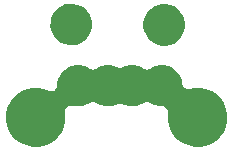
<source format=gbr>
G04 #@! TF.FileFunction,Soldermask,Top*
%FSLAX46Y46*%
G04 Gerber Fmt 4.6, Leading zero omitted, Abs format (unit mm)*
G04 Created by KiCad (PCBNEW 0.201508300901+6132~28~ubuntu15.04.1-product) date Thu 03 Sep 2015 23:07:28 CEST*
%MOMM*%
G01*
G04 APERTURE LIST*
%ADD10C,0.100000*%
G04 APERTURE END LIST*
D10*
G36*
X155797832Y-103252055D02*
X156134132Y-103321087D01*
X156450611Y-103454122D01*
X156735230Y-103646100D01*
X156977133Y-103889698D01*
X157167121Y-104175653D01*
X157297944Y-104493053D01*
X157371418Y-104864122D01*
X157417893Y-104996921D01*
X157499525Y-105111515D01*
X157609850Y-105198830D01*
X157740132Y-105251952D01*
X157880055Y-105266675D01*
X157955586Y-105258149D01*
X158434293Y-105166831D01*
X158924533Y-105170254D01*
X159404779Y-105268834D01*
X159856720Y-105458813D01*
X160263162Y-105732961D01*
X160608608Y-106080827D01*
X160879914Y-106489176D01*
X161066734Y-106942434D01*
X161161274Y-107419897D01*
X161161273Y-107419999D01*
X161161937Y-107423355D01*
X161154118Y-107983313D01*
X161153360Y-107986647D01*
X161153359Y-107986752D01*
X161045524Y-108461389D01*
X160846122Y-108909252D01*
X160563521Y-109309865D01*
X160208493Y-109647954D01*
X159794561Y-109910643D01*
X159337482Y-110087932D01*
X158854676Y-110173064D01*
X158364532Y-110162797D01*
X157885716Y-110057522D01*
X157436460Y-109861247D01*
X157033891Y-109581455D01*
X156693334Y-109228798D01*
X156427757Y-108816702D01*
X156247283Y-108360878D01*
X156158783Y-107878675D01*
X156165627Y-107388476D01*
X156172096Y-107358044D01*
X156181694Y-107217676D01*
X156151808Y-107080190D01*
X156084801Y-106956474D01*
X155985982Y-106856324D01*
X155863173Y-106787669D01*
X155693492Y-106754197D01*
X155405681Y-106748169D01*
X155070379Y-106674447D01*
X154755784Y-106537004D01*
X154630418Y-106449872D01*
X154504738Y-106386628D01*
X154366413Y-106360902D01*
X154226398Y-106374731D01*
X154077147Y-106438282D01*
X153867080Y-106571595D01*
X153547007Y-106695743D01*
X153208911Y-106755358D01*
X152865681Y-106748169D01*
X152530377Y-106674447D01*
X152266207Y-106559034D01*
X152130636Y-106521406D01*
X151989949Y-106523038D01*
X151884227Y-106562726D01*
X151880790Y-106553865D01*
X151515007Y-106695743D01*
X151176911Y-106755358D01*
X150833681Y-106748169D01*
X150498379Y-106674447D01*
X150183784Y-106537004D01*
X150058418Y-106449872D01*
X149932738Y-106386628D01*
X149794413Y-106360902D01*
X149654398Y-106374731D01*
X149505147Y-106438282D01*
X149295080Y-106571595D01*
X148975007Y-106695743D01*
X148636911Y-106755358D01*
X148293681Y-106748169D01*
X148013855Y-106686645D01*
X147873557Y-106676067D01*
X147735866Y-106704993D01*
X147611686Y-106771134D01*
X147510848Y-106869253D01*
X147441338Y-106991579D01*
X147408659Y-107128427D01*
X147416010Y-107272099D01*
X147445274Y-107419893D01*
X147445273Y-107419999D01*
X147445937Y-107423355D01*
X147438118Y-107983313D01*
X147437360Y-107986647D01*
X147437359Y-107986752D01*
X147329524Y-108461389D01*
X147130122Y-108909252D01*
X146847521Y-109309865D01*
X146492493Y-109647954D01*
X146078561Y-109910643D01*
X145621482Y-110087932D01*
X145138676Y-110173064D01*
X144648532Y-110162797D01*
X144169716Y-110057522D01*
X143720460Y-109861247D01*
X143317891Y-109581455D01*
X142977334Y-109228798D01*
X142711757Y-108816702D01*
X142531283Y-108360878D01*
X142442783Y-107878675D01*
X142449627Y-107388473D01*
X142551557Y-106908932D01*
X142744688Y-106458322D01*
X143021668Y-106053804D01*
X143371939Y-105710793D01*
X143782167Y-105442347D01*
X144236720Y-105258696D01*
X144718293Y-105166831D01*
X145208533Y-105170254D01*
X145688777Y-105268833D01*
X146057851Y-105423979D01*
X146193935Y-105459710D01*
X146334585Y-105456115D01*
X146468665Y-105413478D01*
X146585558Y-105335175D01*
X146676009Y-105227406D01*
X146732855Y-105098705D01*
X146751561Y-104970031D01*
X146753860Y-104805400D01*
X146825238Y-104469594D01*
X146960483Y-104154042D01*
X147154439Y-103870778D01*
X147399727Y-103630574D01*
X147686992Y-103442594D01*
X148005302Y-103313988D01*
X148342533Y-103249657D01*
X148685832Y-103252055D01*
X149022132Y-103321087D01*
X149338608Y-103454121D01*
X149491992Y-103557580D01*
X149618544Y-103619062D01*
X149757214Y-103642854D01*
X149897022Y-103627072D01*
X150045370Y-103561444D01*
X150226995Y-103442592D01*
X150545302Y-103313988D01*
X150882533Y-103249657D01*
X151225832Y-103252055D01*
X151562130Y-103321086D01*
X151861064Y-103446747D01*
X151997148Y-103482478D01*
X152137798Y-103478883D01*
X152242127Y-103449408D01*
X152577304Y-103313988D01*
X152914533Y-103249657D01*
X153257832Y-103252055D01*
X153594132Y-103321087D01*
X153910608Y-103454121D01*
X154063992Y-103557580D01*
X154190544Y-103619062D01*
X154329214Y-103642854D01*
X154469022Y-103627072D01*
X154617370Y-103561444D01*
X154798995Y-103442592D01*
X155117302Y-103313988D01*
X155454533Y-103249657D01*
X155797832Y-103252055D01*
X155797832Y-103252055D01*
G37*
G36*
X156012070Y-98091152D02*
X156350567Y-98160636D01*
X156669114Y-98294540D01*
X156955593Y-98487773D01*
X157199073Y-98732959D01*
X157390300Y-99020779D01*
X157521979Y-99340256D01*
X157588412Y-99675768D01*
X157588411Y-99675867D01*
X157589076Y-99679227D01*
X157583565Y-100073906D01*
X157582806Y-100077245D01*
X157582805Y-100077345D01*
X157507029Y-100410872D01*
X157366480Y-100726550D01*
X157167298Y-101008910D01*
X156917057Y-101247211D01*
X156625302Y-101432364D01*
X156303133Y-101557326D01*
X155962833Y-101617329D01*
X155617361Y-101610093D01*
X155279868Y-101535890D01*
X154963223Y-101397551D01*
X154679473Y-101200340D01*
X154439434Y-100951772D01*
X154252247Y-100661313D01*
X154125041Y-100340030D01*
X154062662Y-100000153D01*
X154067487Y-99654641D01*
X154139331Y-99316640D01*
X154275457Y-98999033D01*
X154470684Y-98713913D01*
X154717568Y-98472146D01*
X155006712Y-98282935D01*
X155327101Y-98153489D01*
X155666531Y-98088740D01*
X156012070Y-98091152D01*
X156012070Y-98091152D01*
G37*
G36*
X148142070Y-98061152D02*
X148480567Y-98130636D01*
X148799114Y-98264540D01*
X149085593Y-98457773D01*
X149329073Y-98702959D01*
X149520300Y-98990779D01*
X149651979Y-99310256D01*
X149718412Y-99645768D01*
X149718411Y-99645867D01*
X149719076Y-99649227D01*
X149713565Y-100043906D01*
X149712806Y-100047245D01*
X149712805Y-100047345D01*
X149637029Y-100380872D01*
X149496480Y-100696550D01*
X149297298Y-100978910D01*
X149047057Y-101217211D01*
X148755302Y-101402364D01*
X148433133Y-101527326D01*
X148092833Y-101587329D01*
X147747361Y-101580093D01*
X147409868Y-101505890D01*
X147093223Y-101367551D01*
X146809473Y-101170340D01*
X146569434Y-100921772D01*
X146382247Y-100631313D01*
X146255041Y-100310030D01*
X146192662Y-99970153D01*
X146197487Y-99624641D01*
X146269331Y-99286640D01*
X146405457Y-98969033D01*
X146600684Y-98683913D01*
X146847568Y-98442146D01*
X147136712Y-98252935D01*
X147457101Y-98123489D01*
X147796531Y-98058740D01*
X148142070Y-98061152D01*
X148142070Y-98061152D01*
G37*
M02*

</source>
